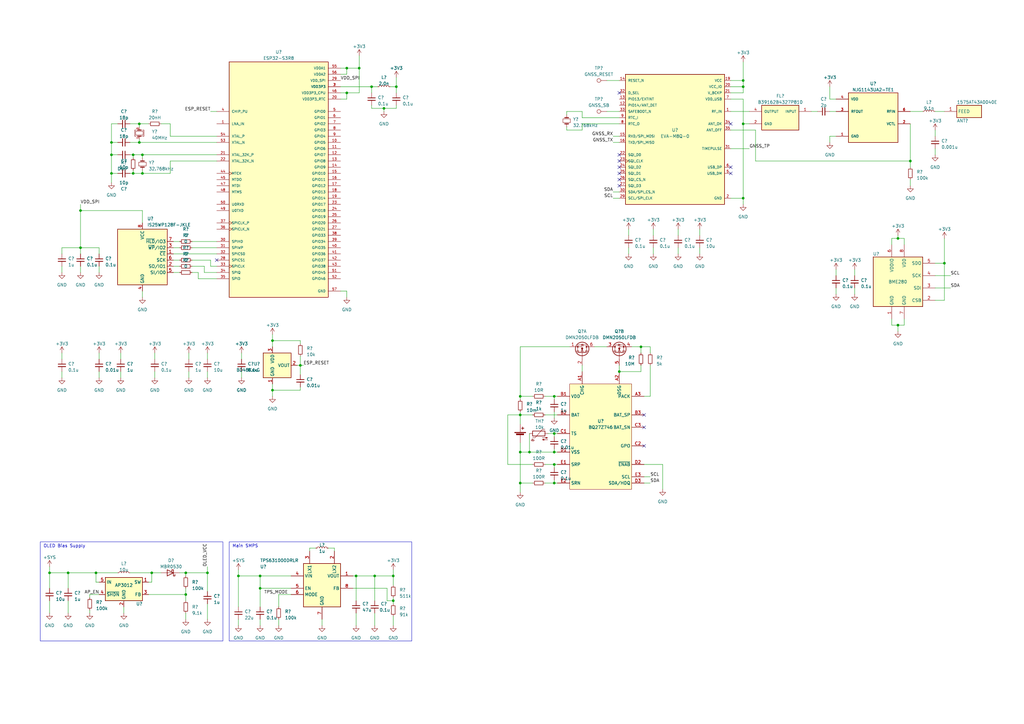
<source format=kicad_sch>
(kicad_sch (version 20230121) (generator eeschema)
  (paper "A3")
  (junction (at 147.32 27.94))
  (junction (at 33.02 101.6))
  (junction (at 85.09 234.95))
  (junction (at 123.19 149.86))
  (junction (at 157.48 44.45))
  (junction (at 152.4 35.56))
  (junction (at 106.68 241.3))
  (junction (at 262.89 142.24))
  (junction (at 146.05 236.22))
  (junction (at 304.8 81.28))
  (junction (at 153.67 236.22))
  (junction (at 161.29 236.22))
  (junction (at 304.8 35.56))
  (junction (at 45.72 71.12))
  (junction (at 373.38 66.04))
  (junction (at 111.76 160.02))
  (junction (at 27.94 234.95))
  (junction (at 227.33 162.56))
  (junction (at 254 152.4))
  (junction (at 142.24 38.1))
  (junction (at 54.61 71.12))
  (junction (at 161.29 246.38))
  (junction (at 213.36 162.56))
  (junction (at 227.33 190.5))
  (junction (at 213.36 198.12))
  (junction (at 213.36 170.18))
  (junction (at 106.68 236.22))
  (junction (at 58.42 63.5))
  (junction (at 57.15 58.42))
  (junction (at 76.2 243.84))
  (junction (at 20.32 234.95))
  (junction (at 39.37 234.95))
  (junction (at 76.2 234.95))
  (junction (at 58.42 71.12))
  (junction (at 227.33 185.42))
  (junction (at 33.02 86.36))
  (junction (at 368.3 133.35))
  (junction (at 97.79 236.22))
  (junction (at 304.8 50.8))
  (junction (at 162.56 35.56))
  (junction (at 368.3 97.79))
  (junction (at 111.76 139.7))
  (junction (at 45.72 58.42))
  (junction (at 57.15 50.8))
  (junction (at 227.33 177.8))
  (junction (at 387.35 107.95))
  (junction (at 62.23 234.95))
  (junction (at 227.33 198.12))
  (junction (at 304.8 33.02))
  (junction (at 54.61 63.5))
  (junction (at 142.24 27.94))
  (junction (at 217.17 185.42))
  (junction (at 45.72 63.5))
  (junction (at 213.36 185.42))
  (no_connect (at 254 38.1))
  (no_connect (at 299.72 68.58))
  (no_connect (at 299.72 50.8))
  (no_connect (at 254 66.04))
  (no_connect (at 254 76.2))
  (no_connect (at 254 73.66))
  (no_connect (at 264.16 182.88))
  (no_connect (at 254 71.12))
  (no_connect (at 254 68.58))
  (no_connect (at 264.16 175.26))
  (no_connect (at 264.16 170.18))
  (no_connect (at 254 63.5))
  (no_connect (at 88.9 106.68))
  (no_connect (at 299.72 71.12))
  (wire (pts (xy 213.36 168.91) (xy 213.36 170.18)))
  (wire (pts (xy 227.33 162.56) (xy 228.6 162.56)))
  (wire (pts (xy 40.64 152.4) (xy 40.64 154.94)))
  (wire (pts (xy 232.41 45.72) (xy 232.41 46.99)))
  (wire (pts (xy 213.36 162.56) (xy 218.44 162.56)))
  (wire (pts (xy 97.79 254) (xy 97.79 256.54)))
  (wire (pts (xy 71.12 109.22) (xy 73.66 109.22)))
  (wire (pts (xy 227.33 168.91) (xy 227.33 171.45)))
  (wire (pts (xy 299.72 45.72) (xy 307.34 45.72)))
  (wire (pts (xy 304.8 50.8) (xy 304.8 81.28)))
  (wire (pts (xy 83.82 109.22) (xy 78.74 109.22)))
  (wire (pts (xy 238.76 50.8) (xy 238.76 53.34)))
  (wire (pts (xy 58.42 86.36) (xy 58.42 91.44)))
  (wire (pts (xy 63.5 152.4) (xy 63.5 154.94)))
  (wire (pts (xy 383.54 118.11) (xy 389.89 118.11)))
  (wire (pts (xy 88.9 66.04) (xy 69.85 66.04)))
  (wire (pts (xy 106.68 241.3) (xy 119.38 241.3)))
  (wire (pts (xy 153.67 236.22) (xy 161.29 236.22)))
  (wire (pts (xy 142.24 27.94) (xy 147.32 27.94)))
  (wire (pts (xy 350.52 118.11) (xy 350.52 120.65)))
  (wire (pts (xy 76.2 243.84) (xy 76.2 246.38)))
  (wire (pts (xy 251.46 55.88) (xy 254 55.88)))
  (wire (pts (xy 152.4 35.56) (xy 154.94 35.56)))
  (wire (pts (xy 53.34 234.95) (xy 62.23 234.95)))
  (wire (pts (xy 373.38 76.2) (xy 373.38 73.66)))
  (wire (pts (xy 217.17 185.42) (xy 213.36 185.42)))
  (wire (pts (xy 48.26 71.12) (xy 45.72 71.12)))
  (wire (pts (xy 63.5 144.78) (xy 63.5 147.32)))
  (wire (pts (xy 58.42 71.12) (xy 58.42 69.85)))
  (wire (pts (xy 106.68 241.3) (xy 106.68 236.22)))
  (wire (pts (xy 106.68 236.22) (xy 119.38 236.22)))
  (wire (pts (xy 45.72 71.12) (xy 45.72 63.5)))
  (wire (pts (xy 213.36 185.42) (xy 213.36 181.61)))
  (wire (pts (xy 142.24 38.1) (xy 147.32 38.1)))
  (wire (pts (xy 157.48 44.45) (xy 162.56 44.45)))
  (wire (pts (xy 53.34 58.42) (xy 57.15 58.42)))
  (wire (pts (xy 264.16 195.58) (xy 266.7 195.58)))
  (wire (pts (xy 39.37 238.76) (xy 40.64 238.76)))
  (wire (pts (xy 36.83 245.11) (xy 36.83 243.84)))
  (wire (pts (xy 62.23 234.95) (xy 66.04 234.95)))
  (wire (pts (xy 111.76 157.48) (xy 111.76 160.02)))
  (wire (pts (xy 146.05 236.22) (xy 153.67 236.22)))
  (wire (pts (xy 227.33 190.5) (xy 227.33 191.77)))
  (wire (pts (xy 123.19 139.7) (xy 111.76 139.7)))
  (wire (pts (xy 77.47 144.78) (xy 77.47 147.32)))
  (wire (pts (xy 58.42 119.38) (xy 58.42 121.92)))
  (wire (pts (xy 232.41 53.34) (xy 232.41 52.07)))
  (wire (pts (xy 342.9 110.49) (xy 342.9 113.03)))
  (wire (pts (xy 69.85 55.88) (xy 88.9 55.88)))
  (wire (pts (xy 387.35 123.19) (xy 387.35 107.95)))
  (wire (pts (xy 152.4 35.56) (xy 152.4 38.1)))
  (wire (pts (xy 227.33 184.15) (xy 227.33 185.42)))
  (wire (pts (xy 161.29 240.03) (xy 161.29 236.22)))
  (wire (pts (xy 48.26 58.42) (xy 45.72 58.42)))
  (wire (pts (xy 373.38 50.8) (xy 373.38 66.04)))
  (wire (pts (xy 71.12 111.76) (xy 73.66 111.76)))
  (wire (pts (xy 213.36 170.18) (xy 213.36 173.99)))
  (wire (pts (xy 45.72 71.12) (xy 45.72 74.93)))
  (wire (pts (xy 158.75 246.38) (xy 161.29 246.38)))
  (wire (pts (xy 69.85 66.04) (xy 69.85 71.12)))
  (wire (pts (xy 162.56 31.75) (xy 162.56 35.56)))
  (wire (pts (xy 54.61 71.12) (xy 54.61 69.85)))
  (wire (pts (xy 111.76 160.02) (xy 111.76 162.56)))
  (wire (pts (xy 99.06 144.78) (xy 99.06 147.32)))
  (wire (pts (xy 106.68 254) (xy 106.68 256.54)))
  (wire (pts (xy 342.9 55.88) (xy 340.36 55.88)))
  (wire (pts (xy 139.7 40.64) (xy 142.24 40.64)))
  (wire (pts (xy 53.34 63.5) (xy 54.61 63.5)))
  (wire (pts (xy 33.02 86.36) (xy 58.42 86.36)))
  (wire (pts (xy 139.7 119.38) (xy 142.24 119.38)))
  (wire (pts (xy 213.36 198.12) (xy 213.36 201.93)))
  (wire (pts (xy 58.42 71.12) (xy 69.85 71.12)))
  (wire (pts (xy 27.94 246.38) (xy 27.94 251.46)))
  (wire (pts (xy 27.94 234.95) (xy 39.37 234.95)))
  (wire (pts (xy 54.61 63.5) (xy 58.42 63.5)))
  (wire (pts (xy 243.84 142.24) (xy 248.92 142.24)))
  (wire (pts (xy 147.32 38.1) (xy 147.32 27.94)))
  (wire (pts (xy 25.4 101.6) (xy 33.02 101.6)))
  (wire (pts (xy 257.81 101.6) (xy 257.81 104.14)))
  (wire (pts (xy 365.76 100.33) (xy 365.76 97.79)))
  (wire (pts (xy 39.37 238.76) (xy 39.37 234.95)))
  (wire (pts (xy 368.3 133.35) (xy 368.3 135.89)))
  (wire (pts (xy 123.19 146.05) (xy 123.19 149.86)))
  (wire (pts (xy 370.84 97.79) (xy 370.84 100.33)))
  (wire (pts (xy 217.17 177.8) (xy 217.17 185.42)))
  (wire (pts (xy 45.72 63.5) (xy 48.26 63.5)))
  (wire (pts (xy 45.72 58.42) (xy 45.72 63.5)))
  (wire (pts (xy 33.02 83.82) (xy 33.02 86.36)))
  (wire (pts (xy 309.88 66.04) (xy 373.38 66.04)))
  (wire (pts (xy 208.28 190.5) (xy 208.28 170.18)))
  (wire (pts (xy 266.7 142.24) (xy 262.89 142.24)))
  (wire (pts (xy 77.47 152.4) (xy 77.47 154.94)))
  (wire (pts (xy 142.24 119.38) (xy 142.24 121.92)))
  (wire (pts (xy 121.92 149.86) (xy 123.19 149.86)))
  (wire (pts (xy 266.7 162.56) (xy 266.7 149.86)))
  (wire (pts (xy 78.74 111.76) (xy 81.28 111.76)))
  (wire (pts (xy 278.13 93.98) (xy 278.13 96.52)))
  (wire (pts (xy 49.53 144.78) (xy 49.53 147.32)))
  (wire (pts (xy 223.52 162.56) (xy 227.33 162.56)))
  (wire (pts (xy 227.33 198.12) (xy 227.33 196.85)))
  (wire (pts (xy 25.4 101.6) (xy 25.4 104.14)))
  (wire (pts (xy 123.19 149.86) (xy 123.19 153.67)))
  (wire (pts (xy 76.2 234.95) (xy 73.66 234.95)))
  (wire (pts (xy 213.36 170.18) (xy 218.44 170.18)))
  (wire (pts (xy 161.29 245.11) (xy 161.29 246.38)))
  (wire (pts (xy 213.36 142.24) (xy 213.36 162.56)))
  (wire (pts (xy 228.6 198.12) (xy 227.33 198.12)))
  (wire (pts (xy 365.76 97.79) (xy 368.3 97.79)))
  (wire (pts (xy 238.76 48.26) (xy 254 48.26)))
  (wire (pts (xy 262.89 142.24) (xy 262.89 144.78)))
  (wire (pts (xy 299.72 38.1) (xy 304.8 38.1)))
  (wire (pts (xy 139.7 35.56) (xy 152.4 35.56)))
  (wire (pts (xy 299.72 60.96) (xy 307.34 60.96)))
  (wire (pts (xy 387.35 107.95) (xy 387.35 97.79)))
  (wire (pts (xy 304.8 33.02) (xy 299.72 33.02)))
  (wire (pts (xy 228.6 190.5) (xy 227.33 190.5)))
  (wire (pts (xy 340.36 40.64) (xy 342.9 40.64)))
  (wire (pts (xy 81.28 111.76) (xy 81.28 114.3)))
  (wire (pts (xy 139.7 30.48) (xy 142.24 30.48)))
  (wire (pts (xy 287.02 93.98) (xy 287.02 96.52)))
  (wire (pts (xy 340.36 35.56) (xy 340.36 40.64)))
  (wire (pts (xy 264.16 198.12) (xy 266.7 198.12)))
  (wire (pts (xy 71.12 106.68) (xy 73.66 106.68)))
  (wire (pts (xy 238.76 53.34) (xy 232.41 53.34)))
  (wire (pts (xy 20.32 246.38) (xy 20.32 251.46)))
  (wire (pts (xy 66.04 50.8) (xy 69.85 50.8)))
  (wire (pts (xy 57.15 58.42) (xy 88.9 58.42)))
  (wire (pts (xy 78.74 106.68) (xy 86.36 106.68)))
  (wire (pts (xy 365.76 130.81) (xy 365.76 133.35)))
  (wire (pts (xy 267.97 93.98) (xy 267.97 96.52)))
  (wire (pts (xy 139.7 38.1) (xy 142.24 38.1)))
  (wire (pts (xy 40.64 109.22) (xy 40.64 111.76)))
  (wire (pts (xy 58.42 64.77) (xy 58.42 63.5)))
  (wire (pts (xy 383.54 113.03) (xy 389.89 113.03)))
  (wire (pts (xy 223.52 170.18) (xy 228.6 170.18)))
  (wire (pts (xy 299.72 40.64) (xy 304.8 40.64)))
  (wire (pts (xy 88.9 111.76) (xy 83.82 111.76)))
  (wire (pts (xy 36.83 243.84) (xy 40.64 243.84)))
  (wire (pts (xy 99.06 152.4) (xy 99.06 154.94)))
  (wire (pts (xy 254 149.86) (xy 254 152.4)))
  (wire (pts (xy 78.74 99.06) (xy 88.9 99.06)))
  (wire (pts (xy 86.36 106.68) (xy 86.36 109.22)))
  (wire (pts (xy 304.8 38.1) (xy 304.8 35.56)))
  (wire (pts (xy 157.48 44.45) (xy 157.48 45.72)))
  (wire (pts (xy 127 224.79) (xy 129.54 224.79)))
  (wire (pts (xy 114.3 248.92) (xy 114.3 243.84)))
  (wire (pts (xy 271.78 200.66) (xy 271.78 190.5)))
  (wire (pts (xy 40.64 144.78) (xy 40.64 147.32)))
  (wire (pts (xy 383.54 123.19) (xy 387.35 123.19)))
  (wire (pts (xy 114.3 256.54) (xy 114.3 254)))
  (wire (pts (xy 262.89 149.86) (xy 262.89 152.4)))
  (wire (pts (xy 365.76 133.35) (xy 368.3 133.35)))
  (wire (pts (xy 162.56 43.18) (xy 162.56 44.45)))
  (wire (pts (xy 373.38 66.04) (xy 373.38 68.58)))
  (wire (pts (xy 213.36 163.83) (xy 213.36 162.56)))
  (wire (pts (xy 227.33 163.83) (xy 227.33 162.56)))
  (wire (pts (xy 299.72 35.56) (xy 304.8 35.56)))
  (wire (pts (xy 69.85 50.8) (xy 69.85 55.88)))
  (wire (pts (xy 86.36 45.72) (xy 88.9 45.72)))
  (wire (pts (xy 213.36 170.18) (xy 208.28 170.18)))
  (wire (pts (xy 146.05 236.22) (xy 146.05 246.38)))
  (wire (pts (xy 114.3 243.84) (xy 119.38 243.84)))
  (wire (pts (xy 373.38 45.72) (xy 378.46 45.72)))
  (wire (pts (xy 153.67 236.22) (xy 153.67 246.38)))
  (wire (pts (xy 304.8 40.64) (xy 304.8 50.8)))
  (wire (pts (xy 304.8 25.4) (xy 304.8 33.02)))
  (wire (pts (xy 368.3 96.52) (xy 368.3 97.79)))
  (wire (pts (xy 142.24 40.64) (xy 142.24 38.1)))
  (wire (pts (xy 76.2 236.22) (xy 76.2 234.95)))
  (wire (pts (xy 213.36 198.12) (xy 213.36 185.42)))
  (wire (pts (xy 25.4 152.4) (xy 25.4 154.94)))
  (wire (pts (xy 251.46 81.28) (xy 254 81.28)))
  (wire (pts (xy 78.74 101.6) (xy 88.9 101.6)))
  (wire (pts (xy 33.02 109.22) (xy 33.02 111.76)))
  (wire (pts (xy 248.92 33.02) (xy 254 33.02)))
  (wire (pts (xy 111.76 139.7) (xy 111.76 142.24)))
  (wire (pts (xy 49.53 152.4) (xy 49.53 154.94)))
  (wire (pts (xy 238.76 50.8) (xy 254 50.8)))
  (wire (pts (xy 144.78 236.22) (xy 146.05 236.22)))
  (wire (pts (xy 304.8 83.82) (xy 304.8 81.28)))
  (wire (pts (xy 223.52 198.12) (xy 227.33 198.12)))
  (wire (pts (xy 152.4 44.45) (xy 157.48 44.45)))
  (wire (pts (xy 85.09 247.65) (xy 85.09 254)))
  (wire (pts (xy 57.15 50.8) (xy 57.15 52.07)))
  (wire (pts (xy 227.33 177.8) (xy 228.6 177.8)))
  (wire (pts (xy 147.32 27.94) (xy 147.32 22.86)))
  (wire (pts (xy 142.24 27.94) (xy 142.24 30.48)))
  (wire (pts (xy 20.32 232.41) (xy 20.32 234.95)))
  (wire (pts (xy 20.32 234.95) (xy 20.32 241.3)))
  (wire (pts (xy 332.74 45.72) (xy 335.28 45.72)))
  (wire (pts (xy 383.54 107.95) (xy 387.35 107.95)))
  (wire (pts (xy 60.96 243.84) (xy 76.2 243.84)))
  (wire (pts (xy 161.29 252.73) (xy 161.29 256.54)))
  (wire (pts (xy 383.54 45.72) (xy 387.35 45.72)))
  (wire (pts (xy 248.92 45.72) (xy 254 45.72)))
  (wire (pts (xy 33.02 101.6) (xy 40.64 101.6)))
  (wire (pts (xy 271.78 190.5) (xy 264.16 190.5)))
  (wire (pts (xy 266.7 144.78) (xy 266.7 142.24)))
  (wire (pts (xy 232.41 45.72) (xy 238.76 45.72)))
  (wire (pts (xy 111.76 137.16) (xy 111.76 139.7)))
  (wire (pts (xy 39.37 234.95) (xy 48.26 234.95)))
  (wire (pts (xy 71.12 101.6) (xy 73.66 101.6)))
  (wire (pts (xy 383.54 53.34) (xy 383.54 55.88)))
  (wire (pts (xy 267.97 101.6) (xy 267.97 104.14)))
  (wire (pts (xy 287.02 101.6) (xy 287.02 104.14)))
  (wire (pts (xy 85.09 242.57) (xy 85.09 234.95)))
  (wire (pts (xy 36.83 251.46) (xy 36.83 250.19)))
  (wire (pts (xy 383.54 60.96) (xy 383.54 63.5)))
  (wire (pts (xy 233.68 142.24) (xy 213.36 142.24)))
  (wire (pts (xy 33.02 86.36) (xy 33.02 101.6)))
  (wire (pts (xy 58.42 63.5) (xy 88.9 63.5)))
  (wire (pts (xy 86.36 109.22) (xy 88.9 109.22)))
  (wire (pts (xy 71.12 99.06) (xy 73.66 99.06)))
  (wire (pts (xy 238.76 45.72) (xy 238.76 48.26)))
  (wire (pts (xy 62.23 238.76) (xy 60.96 238.76)))
  (wire (pts (xy 54.61 63.5) (xy 54.61 64.77)))
  (wire (pts (xy 152.4 43.18) (xy 152.4 44.45)))
  (wire (pts (xy 278.13 101.6) (xy 278.13 104.14)))
  (wire (pts (xy 53.34 71.12) (xy 54.61 71.12)))
  (wire (pts (xy 251.46 58.42) (xy 254 58.42)))
  (wire (pts (xy 132.08 254) (xy 132.08 256.54)))
  (wire (pts (xy 25.4 144.78) (xy 25.4 147.32)))
  (wire (pts (xy 251.46 78.74) (xy 254 78.74)))
  (wire (pts (xy 304.8 50.8) (xy 307.34 50.8)))
  (wire (pts (xy 123.19 160.02) (xy 111.76 160.02)))
  (wire (pts (xy 370.84 133.35) (xy 368.3 133.35)))
  (wire (pts (xy 123.19 149.86) (xy 124.46 149.86)))
  (wire (pts (xy 257.81 93.98) (xy 257.81 96.52)))
  (wire (pts (xy 83.82 111.76) (xy 83.82 109.22)))
  (wire (pts (xy 264.16 162.56) (xy 266.7 162.56)))
  (wire (pts (xy 85.09 152.4) (xy 85.09 154.94)))
  (wire (pts (xy 123.19 158.75) (xy 123.19 160.02)))
  (wire (pts (xy 85.09 232.41) (xy 85.09 234.95)))
  (wire (pts (xy 137.16 224.79) (xy 137.16 226.06)))
  (wire (pts (xy 81.28 114.3) (xy 88.9 114.3)))
  (wire (pts (xy 218.44 190.5) (xy 208.28 190.5)))
  (wire (pts (xy 144.78 241.3) (xy 158.75 241.3)))
  (wire (pts (xy 158.75 241.3) (xy 158.75 246.38)))
  (wire (pts (xy 218.44 198.12) (xy 213.36 198.12)))
  (wire (pts (xy 146.05 251.46) (xy 146.05 256.54)))
  (wire (pts (xy 227.33 185.42) (xy 217.17 185.42)))
  (wire (pts (xy 153.67 251.46) (xy 153.67 256.54)))
  (wire (pts (xy 309.88 53.34) (xy 299.72 53.34)))
  (wire (pts (xy 350.52 110.49) (xy 350.52 113.03)))
  (wire (pts (xy 309.88 53.34) (xy 309.88 66.04)))
  (wire (pts (xy 45.72 50.8) (xy 48.26 50.8)))
  (wire (pts (xy 370.84 130.81) (xy 370.84 133.35)))
  (wire (pts (xy 134.62 224.79) (xy 137.16 224.79)))
  (wire (pts (xy 50.8 248.92) (xy 50.8 251.46)))
  (wire (pts (xy 127 226.06) (xy 127 224.79)))
  (wire (pts (xy 223.52 190.5) (xy 227.33 190.5)))
  (wire (pts (xy 139.7 27.94) (xy 142.24 27.94)))
  (wire (pts (xy 76.2 243.84) (xy 76.2 241.3)))
  (wire (pts (xy 304.8 81.28) (xy 299.72 81.28)))
  (wire (pts (xy 304.8 35.56) (xy 304.8 33.02)))
  (wire (pts (xy 20.32 234.95) (xy 27.94 234.95)))
  (wire (pts (xy 262.89 152.4) (xy 254 152.4)))
  (wire (pts (xy 25.4 109.22) (xy 25.4 111.76)))
  (wire (pts (xy 97.79 248.92) (xy 97.79 236.22)))
  (wire (pts (xy 106.68 241.3) (xy 106.68 248.92)))
  (wire (pts (xy 227.33 177.8) (xy 227.33 179.07)))
  (wire (pts (xy 85.09 144.78) (xy 85.09 147.32)))
  (wire (pts (xy 238.76 149.86) (xy 238.76 152.4)))
  (wire (pts (xy 62.23 234.95) (xy 62.23 238.76)))
  (wire (pts (xy 262.89 142.24) (xy 259.08 142.24)))
  (wire (pts (xy 342.9 118.11) (xy 342.9 120.65)))
  (wire (pts (xy 57.15 58.42) (xy 57.15 57.15)))
  (wire (pts (xy 97.79 236.22) (xy 106.68 236.22)))
  (wire (pts (xy 54.61 71.12) (xy 58.42 71.12)))
  (wire (pts (xy 161.29 233.68) (xy 161.29 236.22)))
  (wire (pts (xy 40.64 101.6) (xy 40.64 104.14)))
  (wire (pts (xy 27.94 241.3) (xy 27.94 234.95)))
  (wire (pts (xy 160.02 35.56) (xy 162.56 35.56)))
  (wire (pts (xy 340.36 55.88) (xy 340.36 58.42)))
  (wire (pts (xy 45.72 58.42) (xy 45.72 50.8)))
  (wire (pts (xy 224.79 177.8) (xy 227.33 177.8)))
  (wire (pts (xy 97.79 233.68) (xy 97.79 236.22)))
  (wire (pts (xy 161.29 246.38) (xy 161.29 247.65)))
  (wire (pts (xy 123.19 140.97) (xy 123.19 139.7)))
  (wire (pts (xy 76.2 251.46) (xy 76.2 254)))
  (wire (pts (xy 57.15 50.8) (xy 60.96 50.8)))
  (wire (pts (xy 228.6 185.42) (xy 227.33 185.42)))
  (wire (pts (xy 33.02 101.6) (xy 33.02 104.14)))
  (wire (pts (xy 71.12 104.14) (xy 88.9 104.14)))
  (wire (pts (xy 76.2 234.95) (xy 85.09 234.95)))
  (wire (pts (xy 340.36 45.72) (xy 342.9 45.72)))
  (wire (pts (xy 53.34 50.8) (xy 57.15 50.8)))
  (wire (pts (xy 162.56 35.56) (xy 162.56 38.1)))
  (wire (pts (xy 368.3 97.79) (xy 370.84 97.79)))
  (rectangle (start 16.51 222.25) (end 91.44 262.89))
  (rectangle (start 93.98 222.25) (end 168.91 262.89))
  (text "Main SMPS" (at 95.25 224.79 0) (effects (font (size 1.27 1.27)) (justify left bottom)))
  (text "OLED Bias Supply" (at 17.78 224.79 0) (effects (font (size 1.27 1.27)) (justify left bottom)))
  (label "SDA" (at 266.7 198.12 0))
  (label "SCL" (at 251.46 81.28 180))
  (label "GNSS_TP" (at 307.34 60.96 0))
  (label "ESP_RESET" (at 124.46 149.86 0))
  (label "VDD_SPI" (at 139.7 33.02 0))
  (label "SDA" (at 251.46 78.74 180))
  (label "ESP_RESET" (at 86.36 45.72 180))
  (label "AP_EN" (at 40.64 243.84 180))
  (label "VDD_SPI" (at 33.02 83.82 0))
  (label "SDA" (at 389.89 118.11 0))
  (label "SCL" (at 389.89 113.03 0))
  (label "GNSS_RX" (at 251.46 55.88 180))
  (label "GNSS_TX" (at 251.46 58.42 180))
  (label "OLED_VCC" (at 85.09 232.41 90))
  (label "SCL" (at 266.7 195.58 0))
  (label "TPS_MODE" (at 118.11 243.84 180))
  (symbol (lib_id "power:+3V3") (at 267.97 93.98 0) (unit 1)
    (property "Reference" "#PWR035" (effects hide))
    (property "Value" "+3V3" (at 267.97 90.17 0))
  )
  (symbol (lib_id "power:GND") (at 157.48 45.72 0) (unit 1)
    (property "Reference" "#PWR014" (effects hide))
    (property "Value" "GND" (at 157.48 50.8 0))
  )
  (symbol (lib_id "Device:C_Small") (at 77.47 149.86 0) (unit 1)
    (property "Reference" "C?" (at 80.01 149.2313 0) (effects (justify left)))
    (property "Value" "1u" (at 80.01 151.7713 0) (effects (justify left)))
  )
  (symbol (lib_id "power:GND") (at 342.9 120.65 0) (unit 1)
    (property "Reference" "#PWR043" (effects hide))
    (property "Value" "GND" (at 342.9 125.73 0))
  )
  (symbol (lib_id "Device:R_Small") (at 76.2 238.76 0) (unit 1)
    (property "Reference" "R?" (at 78.74 238.76 0) (effects (justify left)))
    (property "Value" "100k" (at 78.74 241.3 0) (effects (justify left)))
  )
  (symbol (lib_id "power:+3V3") (at 161.29 233.68 0) (unit 1)
    (property "Reference" "#PWR054" (effects hide))
    (property "Value" "+3V3" (at 161.29 229.87 0))
  )
  (symbol (lib_id "power:GND") (at 373.38 76.2 0) (unit 1)
    (property "Reference" "#PWR029" (effects hide))
    (property "Value" "GND" (at 373.38 81.28 0))
  )
  (symbol (lib_id "power:GND") (at 106.68 256.54 0) (unit 1)
    (property "Reference" "#PWR049" (effects hide))
    (property "Value" "GND" (at 106.68 261.62 0))
  )
  (symbol (lib_id "Device:C_Small") (at 153.67 248.92 0) (mirror y) (unit 1)
    (property "Reference" "C?" (at 158.75 247.65 0) (effects (justify left)))
    (property "Value" "0.1u" (at 160.02 250.19 0) (effects (justify left)))
  )
  (symbol (lib_id "Diode:MBR0530") (at 69.85 234.95 180) (unit 1)
    (property "Reference" "D?" (at 70.1675 229.87 0))
    (property "Value" "MBR0530" (at 70.1675 232.41 0))
    (property "Footprint" "Diode_SMD:D_SOD-123" (effects hide))
    (property "Datasheet" "http://www.mccsemi.com/up_pdf/MBR0520~MBR0580(SOD123).pdf" (effects hide))
  )
  (symbol (lib_id "Device:C_Small") (at 227.33 166.37 0) (unit 1)
    (property "Reference" "C?" (at 229.87 165.7413 0) (effects (justify left)))
    (property "Value" "1u" (at 229.87 168.2813 0) (effects (justify left)))
  )
  (symbol (lib_id "power:GND") (at 58.42 121.92 0) (unit 1)
    (property "Reference" "#PWR05" (effects hide))
    (property "Value" "GND" (at 58.42 127 0))
  )
  (symbol (lib_id "Device:C_Small") (at 50.8 71.12 270) (unit 1)
    (property "Reference" "C?" (at 50.8 77.47 90))
    (property "Value" "10p" (at 50.8 74.93 90))
  )
  (symbol (lib_id "Device:R_Small") (at 123.19 143.51 0) (unit 1)
    (property "Reference" "R?" (at 125.73 142.875 0) (effects (justify left)))
    (property "Value" "10k" (at 125.73 145.415 0) (effects (justify left)))
  )
  (symbol (lib_id "power:GND") (at 85.09 154.94 0) (unit 1)
    (property "Reference" "#PWR019" (effects hide))
    (property "Value" "GND" (at 85.09 160.02 0))
  )
  (symbol (lib_id "power:+3V3") (at 63.5 144.78 0) (unit 1)
    (property "Reference" "#PWR012" (effects hide))
    (property "Value" "+3V3" (at 63.5 140.97 0))
  )
  (symbol (lib_id "power:GND") (at 132.08 256.54 0) (unit 1)
    (property "Reference" "#PWR048" (effects hide))
    (property "Value" "GND" (at 132.08 261.62 0))
  )
  (symbol (lib_id "power:GND") (at 304.8 83.82 0) (unit 1)
    (property "Reference" "#PWR026" (effects hide))
    (property "Value" "GND" (at 304.8 88.9 0))
  )
  (symbol (lib_id "power:+3V3") (at 147.32 22.86 0) (unit 1)
    (property "Reference" "#PWR01" (effects hide))
    (property "Value" "+3V3" (at 147.32 19.05 0))
  )
  (symbol (lib_id "WatchParts:EVA-M8Q-0") (at 276.86 55.88 0) (unit 1)
    (property "Reference" "U?" (at 276.86 53.34 0))
    (property "Value" "EVA-M8Q-0" (at 276.86 55.88 0))
    (property "Footprint" "WatchParts:LGA43R65P9X9_700X700X116" (effects hide))
    (property "Datasheet" "https://www.mouser.com/datasheet/2/1025/EVA_M8_FW3_DataSheet__UBX_16014189_-2010107.pdf" (effects hide))
  )
  (symbol (lib_id "Device:C_Small") (at 152.4 40.64 0) (unit 1)
    (property "Reference" "C?" (at 154.94 40.0113 0) (effects (justify left)))
    (property "Value" "0.1u" (at 154.94 42.5513 0) (effects (justify left)))
  )
  (symbol (lib_id "power:+3V3") (at 368.3 96.52 0) (unit 1)
    (property "Reference" "#PWR041" (effects hide))
    (property "Value" "+3V3" (at 368.3 92.71 0))
  )
  (symbol (lib_id "Device:R_Small") (at 220.98 170.18 90) (unit 1)
    (property "Reference" "R?" (at 220.98 165.1 90))
    (property "Value" "1k" (at 220.98 167.64 90))
  )
  (symbol (lib_id "power:GND") (at 77.47 154.94 0) (unit 1)
    (property "Reference" "#PWR017" (effects hide))
    (property "Value" "GND" (at 77.47 160.02 0))
  )
  (symbol (lib_id "Device:C_Small") (at 97.79 251.46 0) (unit 1)
    (property "Reference" "C?" (at 100.33 250.8313 0) (effects (justify left)))
    (property "Value" "22u" (at 100.33 253.3713 0) (effects (justify left)))
  )
  (symbol (lib_id "power:GND") (at 340.36 58.42 0) (unit 1)
    (property "Reference" "#PWR028" (effects hide))
    (property "Value" "GND" (at 340.36 63.5 0))
  )
  (symbol (lib_id "power:GND") (at 85.09 254 0) (unit 1)
    (property "Reference" "#PWR059" (effects hide))
    (property "Value" "GND" (at 85.09 259.08 0))
  )
  (symbol (lib_id "Device:R_Small") (at 262.89 147.32 0) (mirror y) (unit 1)
    (property "Reference" "R?" (at 260.35 146.685 0) (effects (justify left)))
    (property "Value" "10M" (at 260.35 149.225 0) (effects (justify left)))
  )
  (symbol (lib_id "Device:C_Small") (at 50.8 58.42 270) (unit 1)
    (property "Reference" "C?" (at 50.7936 53.34 90))
    (property "Value" "18p" (at 50.7936 55.88 90))
  )
  (symbol (lib_id "Device:R_Small") (at 220.98 198.12 90) (unit 1)
    (property "Reference" "R?" (at 220.98 193.04 90))
    (property "Value" "100R" (at 220.98 195.58 90))
  )
  (symbol (lib_id "Connector:TestPoint") (at 248.92 33.02 90) (unit 1)
    (property "Reference" "TP?" (at 245.618 27.94 90))
    (property "Value" "GNSS_RESET" (at 245.618 30.48 90))
  )
  (symbol (lib_id "Sensor:BME280") (at 368.3 115.57 0) (unit 1)
    (property "Reference" "U?" (at 360.68 104.14 0) (effects (justify right)))
    (property "Value" "BME280" (at 372.11 115.57 0) (effects (justify right)))
    (property "Footprint" "Package_LGA:Bosch_LGA-8_2.5x2.5mm_P0.65mm_ClockwisePinNumbering" (effects hide))
    (property "Datasheet" "https://www.bosch-sensortec.com/media/boschsensortec/downloads/datasheets/bst-bme280-ds002.pdf" (effects hide))
  )
  (symbol (lib_id "power:+3V3") (at 25.4 144.78 0) (unit 1)
    (property "Reference" "#PWR02" (effects hide))
    (property "Value" "+3V3" (at 25.4 140.97 0))
  )
  (symbol (lib_id "Device:Thermistor_NTC") (at 220.98 177.8 90) (unit 1)
    (property "Reference" "TH?" (at 221.2975 172.72 90))
    (property "Value" "10k" (at 221.2975 175.26 90))
  )
  (symbol (lib_id "Device:C_Small") (at 106.68 251.46 0) (unit 1)
    (property "Reference" "C?" (at 109.22 250.8313 0) (effects (justify left)))
    (property "Value" "0.1u" (at 109.22 253.3713 0) (effects (justify left)))
  )
  (symbol (lib_id "WatchParts:ESP32-S3R8") (at 114.3 73.66 0) (unit 1)
    (property "Reference" "U?" (at 114.3 21.336 0))
    (property "Value" "ESP32-S3R8" (at 114.3 23.876 0))
    (property "Footprint" "Package_DFN_QFN:QFN-56-1EP_7x7mm_P0.4mm_EP4x4mm" (effects hide))
    (property "Datasheet" "https://www.espressif.com/sites/default/files/documentation/esp32-s3_datasheet_en.pdf" (effects hide))
  )
  (symbol (lib_id "Device:L_Small") (at 132.08 224.79 90) (unit 1)
    (property "Reference" "L?" (at 132.08 223.52 90))
    (property "Value" "1u" (at 132.08 226.06 90))
    (property "Footprint" "WatchParts:SRP2512TMA1R0M" (effects hide))
  )
  (symbol (lib_id "power:+3V3") (at 257.81 93.98 0) (unit 1)
    (property "Reference" "#PWR033" (effects hide))
    (property "Value" "+3V3" (at 257.81 90.17 0))
  )
  (symbol (lib_id "power:GND") (at 49.53 154.94 0) (unit 1)
    (property "Reference" "#PWR011" (effects hide))
    (property "Value" "GND" (at 49.53 160.02 0))
  )
  (symbol (lib_id "power:GND") (at 45.72 74.93 0) (unit 1)
    (property "Reference" "#PWR025" (effects hide))
    (property "Value" "GND" (at 45.72 80.01 0))
  )
  (symbol (lib_id "Regulator_Switching:AP3012") (at 50.8 241.3 0) (unit 1)
    (property "Reference" "U?" (at 57.15 247.65 0))
    (property "Value" "AP3012" (at 50.8 240.03 0))
    (property "Footprint" "Package_TO_SOT_SMD:SOT-23-5" (effects hide))
    (property "Datasheet" "https://www.diodes.com/assets/Datasheets/AP3012.pdf" (effects hide))
  )
  (symbol (lib_id "WatchParts:XRCGB40M000F1S1DR0") (at 57.15 54.61 90) (unit 1)
    (property "Reference" "Y?" (at 62.23 53.975 90) (effects (justify right)))
    (property "Value" "40MHz" (at 62.23 56.515 90) (effects (justify right)))
    (property "Footprint" "WatchParts:OSC_XRCGB40M000F1S1DR0" (effects hide))
    (property "Datasheet" "https://www.mouser.com/datasheet/2/281/SPEC-XRCGB40M000F1S1DR0-1841448.pdf" (effects hide))
  )
  (symbol (lib_id "power:+3V3") (at 278.13 93.98 0) (unit 1)
    (property "Reference" "#PWR037" (effects hide))
    (property "Value" "+3V3" (at 278.13 90.17 0))
  )
  (symbol (lib_id "Device:C_Small") (at 99.06 149.86 0) (unit 1)
    (property "Reference" "C?" (at 101.6 149.2313 0) (effects (justify left)))
    (property "Value" "0.1u" (at 101.6 151.7713 0) (effects (justify left)))
  )
  (symbol (lib_id "Device:Crystal_Small") (at 232.41 49.53 90) (unit 1)
    (property "Reference" "Y?" (at 234.95 48.895 90) (effects (justify right)))
    (property "Value" "32.768kHz" (at 234.95 51.435 90) (effects (justify right)))
  )
  (symbol (lib_id "power:GND") (at 50.8 251.46 0) (unit 1)
    (property "Reference" "#PWR057" (effects hide))
    (property "Value" "GND" (at 50.8 256.54 0))
  )
  (symbol (lib_id "power:GND") (at 27.94 251.46 0) (unit 1)
    (property "Reference" "#PWR060" (effects hide))
    (property "Value" "GND" (at 27.94 256.54 0))
  )
  (symbol (lib_id "power:GND") (at 227.33 171.45 0) (unit 1)
    (property "Reference" "#PWR065" (effects hide))
    (property "Value" "GND" (at 227.33 176.53 0))
  )
  (symbol (lib_id "power:GND") (at 76.2 254 0) (unit 1)
    (property "Reference" "#PWR058" (effects hide))
    (property "Value" "GND" (at 76.2 259.08 0))
  )
  (symbol (lib_id "power:+3V3") (at 49.53 144.78 0) (unit 1)
    (property "Reference" "#PWR010" (effects hide))
    (property "Value" "+3V3" (at 49.53 140.97 0))
  )
  (symbol (lib_id "WatchParts:IS25WP128F-JKLE") (at 58.42 104.14 0) (unit 1)
    (property "Reference" "U?" (at 60.3759 89.662 0) (effects (justify left)))
    (property "Value" "IS25WP128F-JKLE" (at 60.3759 92.202 0) (effects (justify left)))
    (property "Footprint" "Package_SON:WSON-8-1EP_6x5mm_P1.27mm_EP3.4x4mm" (effects hide))
    (property "Datasheet" "https://www.mouser.com/datasheet/2/198/25LP_WP128F-1146765.pdf" (effects hide))
  )
  (symbol (lib_id "power:GND") (at 25.4 111.76 0) (unit 1)
    (property "Reference" "#PWR08" (effects hide))
    (property "Value" "GND" (at 25.4 116.84 0))
  )
  (symbol (lib_id "Device:C_Small") (at 40.64 106.68 0) (unit 1)
    (property "Reference" "C?" (at 43.18 106.0513 0) (effects (justify left)))
    (property "Value" "0.1u" (at 43.18 108.5913 0) (effects (justify left)))
  )
  (symbol (lib_id "power:GND") (at 111.76 162.56 0) (unit 1)
    (property "Reference" "#PWR020" (effects hide))
    (property "Value" "GND" (at 111.76 167.64 0))
  )
  (symbol (lib_id "power:+3V3") (at 99.06 144.78 0) (unit 1)
    (property "Reference" "#PWR023" (effects hide))
    (property "Value" "+3V3" (at 99.06 140.97 0))
  )
  (symbol (lib_id "Device:C_Small") (at 227.33 194.31 0) (unit 1)
    (property "Reference" "C?" (at 229.87 193.6813 0) (effects (justify left)))
    (property "Value" "0.1u" (at 229.87 196.2213 0) (effects (justify left)))
  )
  (symbol (lib_id "Device:L_Small") (at 381 45.72 90) (unit 1)
    (property "Reference" "L?" (at 381 41.91 90))
    (property "Value" "9.1n" (at 381 44.45 90))
  )
  (symbol (lib_id "Device:C_Small") (at 162.56 40.64 0) (unit 1)
    (property "Reference" "C?" (at 165.1 40.0113 0) (effects (justify left)))
    (property "Value" "0.1u" (at 165.1 42.5513 0) (effects (justify left)))
  )
  (symbol (lib_id "Device:C_Small") (at 278.13 99.06 0) (unit 1)
    (property "Reference" "C?" (at 280.67 98.4313 0) (effects (justify left)))
    (property "Value" "0.1u" (at 280.67 100.9713 0) (effects (justify left)))
  )
  (symbol (lib_id "Device:R_Small") (at 63.5 50.8 90) (unit 1)
    (property "Reference" "R?" (at 63.5 45.72 90))
    (property "Value" "20nH" (at 63.5 48.26 90))
  )
  (symbol (lib_id "Device:C_Small") (at 49.53 149.86 0) (unit 1)
    (property "Reference" "C?" (at 52.07 149.2313 0) (effects (justify left)))
    (property "Value" "1u" (at 52.07 151.7713 0) (effects (justify left)))
  )
  (symbol (lib_id "power:GND") (at 271.78 200.66 0) (unit 1)
    (property "Reference" "#PWR066" (effects hide))
    (property "Value" "GND" (at 271.78 205.74 0))
  )
  (symbol (lib_id "Device:R_Small") (at 76.2 111.76 90) (unit 1)
    (property "Reference" "R?" (at 76.2 106.68 90))
    (property "Value" "0" (at 76.2 109.22 90))
  )
  (symbol (lib_id "Device:R_Small") (at 220.98 162.56 90) (unit 1)
    (property "Reference" "R?" (at 220.98 157.48 90))
    (property "Value" "10R" (at 220.98 160.02 90))
  )
  (symbol (lib_id "power:GND") (at 63.5 154.94 0) (unit 1)
    (property "Reference" "#PWR013" (effects hide))
    (property "Value" "GND" (at 63.5 160.02 0))
  )
  (symbol (lib_id "power:GND") (at 33.02 111.76 0) (unit 1)
    (property "Reference" "#PWR06" (effects hide))
    (property "Value" "GND" (at 33.02 116.84 0))
  )
  (symbol (lib_id "power:GND") (at 287.02 104.14 0) (unit 1)
    (property "Reference" "#PWR040" (effects hide))
    (property "Value" "GND" (at 287.02 109.22 0))
  )
  (symbol (lib_id "Device:R_Small") (at 220.98 190.5 90) (unit 1)
    (property "Reference" "R?" (at 220.98 185.42 90))
    (property "Value" "100R" (at 220.98 187.96 90))
  )
  (symbol (lib_id "WatchParts:+SYS") (at 20.32 232.41 0) (unit 1)
    (property "Reference" "#PWR061" (effects hide))
    (property "Value" "+SYS" (at 20.32 228.6 0))
  )
  (symbol (lib_id "power:GND") (at 40.64 111.76 0) (unit 1)
    (property "Reference" "#PWR024" (effects hide))
    (property "Value" "GND" (at 40.64 116.84 0))
  )
  (symbol (lib_id "power:GND") (at 383.54 63.5 0) (unit 1)
    (property "Reference" "#PWR031" (effects hide))
    (property "Value" "GND" (at 383.54 68.58 0))
  )
  (symbol (lib_id "power:GND") (at 142.24 121.92 0) (unit 1)
    (property "Reference" "#PWR03" (effects hide))
    (property "Value" "GND" (at 142.24 127 0))
  )
  (symbol (lib_id "WatchParts:BQ27Z746") (at 246.38 175.26 0) (unit 1)
    (property "Reference" "U?" (at 246.38 172.72 0))
    (property "Value" "BQ27Z746" (at 246.38 175.26 0))
    (property "Footprint" "WatchParts:BGA_746YAHR_TEX" (effects hide))
    (property "Datasheet" "https://www.ti.com/lit/ds/symlink/bq27z746.pdf" (effects hide))
  )
  (symbol (lib_id "Device:R_Small") (at 76.2 101.6 90) (unit 1)
    (property "Reference" "R?" (at 76.2 96.52 90))
    (property "Value" "0" (at 76.2 99.06 90))
  )
  (symbol (lib_id "WatchParts:DMN2050LFDB") (at 254 144.78 90) (unit 2)
    (property "Reference" "Q?" (at 254 135.89 90))
    (property "Value" "DMN2050LFDB" (at 254 138.43 90))
    (property "Footprint" "https://www.diodes.com/assets/Datasheets/DMN2050LFDB.pdf" (effects hide))
    (property "Datasheet" "https://www.onsemi.com/pub/Collateral/FDG1024NZ-D.pdf" (effects hide))
  )
  (symbol (lib_id "Device:C_Small") (at 337.82 45.72 90) (unit 1)
    (property "Reference" "C?" (at 337.8263 40.64 90))
    (property "Value" "2p" (at 337.8263 43.18 90))
  )
  (symbol (lib_id "power:+3V3") (at 342.9 110.49 0) (unit 1)
    (property "Reference" "#PWR042" (effects hide))
    (property "Value" "+3V3" (at 342.9 106.68 0))
  )
  (symbol (lib_id "Device:C_Small") (at 63.5 149.86 0) (unit 1)
    (property "Reference" "C?" (at 66.04 149.2313 0) (effects (justify left)))
    (property "Value" "0.1u" (at 66.04 151.7713 0) (effects (justify left)))
  )
  (symbol (lib_id "power:GND") (at 278.13 104.14 0) (unit 1)
    (property "Reference" "#PWR038" (effects hide))
    (property "Value" "GND" (at 278.13 109.22 0))
  )
  (symbol (lib_id "WatchParts:TPS631000DRLR") (at 132.08 233.68 0) (unit 1)
    (property "Reference" "U?" (at 106.68 232.41 0) (effects (justify left)))
    (property "Value" "TPS631000DRLR" (at 106.68 229.87 0) (effects (justify left)))
    (property "Footprint" "WatchParts:SOTFL50P160X60-8N" (effects hide))
    (property "Datasheet" "https://www.ti.com/lit/ds/symlink/tps631000.pdf?ts=1652152702265" (effects hide))
  )
  (symbol (lib_id "power:GND") (at 40.64 154.94 0) (unit 1)
    (property "Reference" "#PWR09" (effects hide))
    (property "Value" "GND" (at 40.64 160.02 0))
  )
  (symbol (lib_id "power:GND") (at 153.67 256.54 0) (mirror y) (unit 1)
    (property "Reference" "#PWR053" (effects hide))
    (property "Value" "GND" (at 153.67 261.62 0))
  )
  (symbol (lib_id "power:GND") (at 267.97 104.14 0) (unit 1)
    (property "Reference" "#PWR036" (effects hide))
    (property "Value" "GND" (at 267.97 109.22 0))
  )
  (symbol (lib_id "Device:C_Small") (at 27.94 243.84 0) (unit 1)
    (property "Reference" "C?" (at 30.48 243.2113 0) (effects (justify left)))
    (property "Value" "1u" (at 30.48 245.7513 0) (effects (justify left)))
  )
  (symbol (lib_id "Device:R_Small") (at 76.2 248.92 0) (unit 1)
    (property "Reference" "R?" (at 78.74 248.92 0) (effects (justify left)))
    (property "Value" "9.1k" (at 78.74 251.46 0) (effects (justify left)))
  )
  (symbol (lib_id "Device:C_Small") (at 350.52 115.57 0) (unit 1)
    (property "Reference" "C?" (at 353.06 114.9413 0) (effects (justify left)))
    (property "Value" "0.1u" (at 353.06 117.4813 0) (effects (justify left)))
  )
  (symbol (lib_id "power:GND") (at 20.32 251.46 0) (unit 1)
    (property "Reference" "#PWR062" (effects hide))
    (property "Value" "GND" (at 20.32 256.54 0))
  )
  (symbol (lib_id "Device:C_Small") (at 227.33 181.61 0) (unit 1)
    (property "Reference" "C?" (at 229.87 180.9813 0) (effects (justify left)))
    (property "Value" "0.01u" (at 229.87 183.5213 0) (effects (justify left)))
  )
  (symbol (lib_id "Device:Crystal_Small") (at 58.42 67.31 90) (unit 1)
    (property "Reference" "Y?" (at 60.96 66.675 90) (effects (justify right)))
    (property "Value" "32.768kHz" (at 60.96 69.215 90) (effects (justify right)))
  )
  (symbol (lib_id "Device:C_Small") (at 287.02 99.06 0) (unit 1)
    (property "Reference" "C?" (at 289.56 98.4313 0) (effects (justify left)))
    (property "Value" "10u" (at 289.56 100.9713 0) (effects (justify left)))
  )
  (symbol (lib_id "power:+3V3") (at 340.36 35.56 0) (unit 1)
    (property "Reference" "#PWR030" (effects hide))
    (property "Value" "+3V3" (at 340.36 31.75 0))
  )
  (symbol (lib_id "Device:R_Small") (at 114.3 251.46 180) (unit 1)
    (property "Reference" "R?" (at 116.84 250.825 0) (effects (justify right)))
    (property "Value" "100k" (at 116.84 253.365 0) (effects (justify right)))
  )
  (symbol (lib_id "power:+3V3") (at 111.76 137.16 0) (unit 1)
    (property "Reference" "#PWR021" (effects hide))
    (property "Value" "+3V3" (at 111.76 133.35 0))
  )
  (symbol (lib_id "power:GND") (at 368.3 135.89 0) (unit 1)
    (property "Reference" "#PWR046" (effects hide))
    (property "Value" "GND" (at 368.3 140.97 0))
  )
  (symbol (lib_id "Device:C_Small") (at 85.09 149.86 0) (unit 1)
    (property "Reference" "C?" (at 87.63 149.2313 0) (effects (justify left)))
    (property "Value" "10u" (at 87.63 151.7713 0) (effects (justify left)))
  )
  (symbol (lib_id "Device:R_Small") (at 161.29 242.57 0) (unit 1)
    (property "Reference" "R?" (at 163.83 241.935 0) (effects (justify left)))
    (property "Value" "511k" (at 163.83 244.475 0) (effects (justify left)))
  )
  (symbol (lib_id "Device:R_Small") (at 76.2 109.22 90) (unit 1)
    (property "Reference" "R?" (at 76.2 104.14 90))
    (property "Value" "0" (at 76.2 106.68 90))
  )
  (symbol (lib_id "Device:C_Small") (at 342.9 115.57 0) (unit 1)
    (property "Reference" "C?" (at 345.44 114.9413 0) (effects (justify left)))
    (property "Value" "0.1u" (at 345.44 117.4813 0) (effects (justify left)))
  )
  (symbol (lib_id "Device:R_Small") (at 76.2 99.06 90) (unit 1)
    (property "Reference" "R?" (at 76.2 93.98 90))
    (property "Value" "0" (at 76.2 96.52 90))
  )
  (symbol (lib_id "Device:R_Small") (at 54.61 67.31 0) (mirror y) (unit 1)
    (property "Reference" "R?" (at 52.07 66.675 0) (effects (justify left)))
    (property "Value" "DNF" (at 52.07 69.215 0) (effects (justify left)))
  )
  (symbol (lib_id "Device:C_Small") (at 146.05 248.92 0) (mirror y) (unit 1)
    (property "Reference" "C?" (at 148.59 247.65 0) (effects (justify right)))
    (property "Value" "47u" (at 148.59 250.19 0) (effects (justify right)))
  )
  (symbol (lib_id "WatchParts:+SYS") (at 97.79 233.68 0) (unit 1)
    (property "Reference" "#PWR056" (effects hide))
    (property "Value" "+SYS" (at 97.79 229.87 0))
  )
  (symbol (lib_id "power:GND") (at 213.36 201.93 0) (unit 1)
    (property "Reference" "#PWR064" (effects hide))
    (property "Value" "GND" (at 213.36 207.01 0))
  )
  (symbol (lib_id "power:GND") (at 25.4 154.94 0) (unit 1)
    (property "Reference" "#PWR04" (effects hide))
    (property "Value" "GND" (at 25.4 160.02 0))
  )
  (symbol (lib_id "Device:L_Small") (at 50.8 234.95 90) (unit 1)
    (property "Reference" "L?" (at 50.8 231.14 90))
    (property "Value" "10u" (at 50.8 233.68 90))
    (property "Footprint" "WatchParts:SRP2512TMA1R0M" (effects hide))
  )
  (symbol (lib_id "power:+3V3") (at 85.09 144.78 0) (unit 1)
    (property "Reference" "#PWR018" (effects hide))
    (property "Value" "+3V3" (at 85.09 140.97 0))
  )
  (symbol (lib_id "Device:C_Small") (at 25.4 149.86 0) (unit 1)
    (property "Reference" "C?" (at 27.94 149.2313 0) (effects (justify left)))
    (property "Value" "0.1u" (at 27.94 151.7713 0) (effects (justify left)))
  )
  (symbol (lib_id "Device:C_Small") (at 20.32 243.84 0) (unit 1)
    (property "Reference" "C?" (at 22.86 243.2113 0) (effects (justify left)))
    (property "Value" "10u" (at 22.86 245.7513 0) (effects (justify left)))
  )
  (symbol (lib_id "WatchParts:1575AT43A0040E") (at 397.51 45.72 0) (unit 1)
    (property "Reference" "ANT?" (at 392.43 49.53 0) (effects (justify left)))
    (property "Value" "1575AT43A0040E" (at 392.43 41.91 0) (effects (justify left)))
    (property "Footprint" "WatchParts:1575AT43A0040E" (effects hide))
    (property "Datasheet" "https://www.johansontechnology.com/datasheets/antennas/1575AT43A0040.pdf" (effects hide))
  )
  (symbol (lib_id "Power_Management:BD48KxxG") (at 111.76 149.86 0) (unit 1)
    (property "Reference" "U?" (at 106.68 149.225 0) (effects (justify right)))
    (property "Value" "BD48KxxG" (at 106.68 151.765 0) (effects (justify right)))
    (property "Footprint" "Package_TO_SOT_SMD:SOT-23" (effects hide))
    (property "Datasheet" "https://www.rohm.de/datasheet/BD4830FVE/bd48xxg-e" (effects hide))
  )
  (symbol (lib_id "Device:R_Small") (at 161.29 250.19 0) (unit 1)
    (property "Reference" "R?" (at 163.83 249.555 0) (effects (justify left)))
    (property "Value" "91k" (at 163.83 252.095 0) (effects (justify left)))
  )
  (symbol (lib_id "power:+3V3") (at 304.8 25.4 0) (unit 1)
    (property "Reference" "#PWR027" (effects hide))
    (property "Value" "+3V3" (at 304.8 21.59 0))
  )
  (symbol (lib_id "WatchParts:NJG1143UA2-TE1") (at 358.14 48.26 0) (mirror y) (unit 1)
    (property "Reference" "U?" (at 358.14 34.29 0))
    (property "Value" "NJG1143UA2-TE1" (at 358.14 36.83 0))
    (property "Footprint" "WatchParts:AMP_NJG1143UA2-TE1" (effects hide))
    (property "Datasheet" "https://www.mouser.com/datasheet/2/294/NJG1143UA2_E-1917393.pdf" (effects hide))
  )
  (symbol (lib_id "Device:C_Small") (at 40.64 149.86 0) (unit 1)
    (property "Reference" "C?" (at 43.18 149.2313 0) (effects (justify left)))
    (property "Value" "0.01u" (at 43.18 151.7713 0) (effects (justify left)))
  )
  (symbol (lib_id "Device:R_Small") (at 213.36 166.37 0) (unit 1)
    (property "Reference" "R?" (at 215.9 165.735 0) (effects (justify left)))
    (property "Value" "10m" (at 215.9 168.275 0) (effects (justify left)))
  )
  (symbol (lib_id "power:+3V3") (at 350.52 110.49 0) (unit 1)
    (property "Reference" "#PWR044" (effects hide))
    (property "Value" "+3V3" (at 350.52 106.68 0))
  )
  (symbol (lib_id "power:GND") (at 97.79 256.54 0) (unit 1)
    (property "Reference" "#PWR052" (effects hide))
    (property "Value" "GND" (at 97.79 261.62 0))
  )
  (symbol (lib_id "Device:C_Small") (at 267.97 99.06 0) (unit 1)
    (property "Reference" "C?" (at 270.51 98.4313 0) (effects (justify left)))
    (property "Value" "0.1u" (at 270.51 100.9713 0) (effects (justify left)))
  )
  (symbol (lib_id "Device:Battery_Cell") (at 213.36 179.07 0) (unit 1)
    (property "Reference" "BT?" (effects hide))
    (property "Value" "Battery_Cell" (effects hide))
  )
  (symbol (lib_id "Device:L_Small") (at 157.48 35.56 90) (unit 1)
    (property "Reference" "L?" (at 157.48 31.75 90))
    (property "Value" "2.0n" (at 157.48 34.29 90))
  )
  (symbol (lib_id "Device:C_Small") (at 25.4 106.68 0) (unit 1)
    (property "Reference" "C?" (at 27.94 106.0513 0) (effects (justify left)))
    (property "Value" "1u" (at 27.94 108.5913 0) (effects (justify left)))
  )
  (symbol (lib_id "power:+3V3") (at 387.35 97.79 0) (unit 1)
    (property "Reference" "#PWR047" (effects hide))
    (property "Value" "+3V3" (at 387.35 93.98 0))
  )
  (symbol (lib_id "power:GND") (at 99.06 154.94 0) (unit 1)
    (property "Reference" "#PWR022" (effects hide))
    (property "Value" "GND" (at 99.06 160.02 0))
  )
  (symbol (lib_id "power:+3V3") (at 383.54 53.34 0) (unit 1)
    (property "Reference" "#PWR032" (effects hide))
    (property "Value" "+3V3" (at 383.54 49.53 0))
  )
  (symbol (lib_id "Device:C_Small") (at 257.81 99.06 0) (unit 1)
    (property "Reference" "C?" (at 260.35 98.4313 0) (effects (justify left)))
    (property "Value" "0.1u" (at 260.35 100.9713 0) (effects (justify left)))
  )
  (symbol (lib_id "power:+3V3") (at 162.56 31.75 0) (unit 1)
    (property "Reference" "#PWR015" (effects hide))
    (property "Value" "+3V3" (at 162.56 27.94 0))
  )
  (symbol (lib_id "power:GND") (at 146.05 256.54 0) (mirror y) (unit 1)
    (property "Reference" "#PWR050" (effects hide))
    (property "Value" "GND" (at 146.05 261.62 0))
  )
  (symbol (lib_id "power:GND") (at 114.3 256.54 0) (unit 1)
    (property "Reference" "#PWR055" (effects hide))
    (property "Value" "GND" (at 114.3 261.62 0))
  )
  (symbol (lib_id "WatchParts:B39162B4327P810") (at 320.04 48.26 0) (mirror y) (unit 1)
    (property "Reference" "FL?" (at 320.04 39.37 0))
    (property "Value" "B39162B4327P810" (at 320.04 41.91 0))
    (property "Footprint" "WatchParts:FIL_B39162B4327P810" (effects hide))
    (property "Datasheet" "https://www.mouser.com/datasheet/2/842/tdkc_s_a0001118069_1-2295565.pdf" (effects hide))
  )
  (symbol (lib_id "Device:R_Small") (at 373.38 71.12 180) (unit 1)
    (property "Reference" "R?" (at 375.92 70.485 0) (effects (justify right)))
    (property "Value" "100k" (at 375.92 73.025 0) (effects (justify right)))
  )
  (symbol (lib_id "Device:R_Small") (at 36.83 247.65 180) (unit 1)
    (property "Reference" "R?" (at 39.37 247.015 0) (effects (justify right)))
    (property "Value" "100k" (at 39.37 249.555 0) (effects (justify right)))
  )
  (symbol (lib_id "power:GND") (at 36.83 251.46 0) (unit 1)
    (property "Reference" "#PWR063" (effects hide))
    (property "Value" "GND" (at 36.83 256.54 0))
  )
  (symbol (lib_id "Device:C_Small") (at 383.54 58.42 0) (unit 1)
    (property "Reference" "C?" (at 386.08 57.7913 0) (effects (justify left)))
    (property "Value" "0.001u" (at 386.08 60.3313 0) (effects (justify left)))
  )
  (symbol (lib_id "Device:C_Small") (at 50.8 63.5 270) (unit 1)
    (property "Reference" "C?" (at 50.8 66.04 90))
    (property "Value" "10p" (at 50.8 68.58 90))
  )
  (symbol (lib_id "Device:C_Small") (at 85.09 245.11 0) (unit 1)
    (property "Reference" "C?" (at 87.63 244.4813 0) (effects (justify left)))
    (property "Value" "1u" (at 87.63 247.0213 0) (effects (justify left)))
  )
  (symbol (lib_id "Connector:TestPoint") (at 248.92 45.72 90) (unit 1)
    (property "Reference" "TP?" (at 245.618 40.64 90))
    (property "Value" "GNSS_SB" (at 245.618 43.18 90))
  )
  (symbol (lib_id "Device:C_Small") (at 50.8 50.8 270) (unit 1)
    (property "Reference" "C?" (at 50.7936 45.72 90))
    (property "Value" "18p" (at 50.7936 48.26 90))
  )
  (symbol (lib_id "power:GND") (at 350.52 120.65 0) (unit 1)
    (property "Reference" "#PWR045" (effects hide))
    (property "Value" "GND" (at 350.52 125.73 0))
  )
  (symbol (lib_id "power:+3V3") (at 287.02 93.98 0) (unit 1)
    (property "Reference" "#PWR039" (effects hide))
    (property "Value" "+3V3" (at 287.02 90.17 0))
  )
  (symbol (lib_id "power:+3V3") (at 77.47 144.78 0) (unit 1)
    (property "Reference" "#PWR016" (effects hide))
    (property "Value" "+3V3" (at 77.47 140.97 0))
  )
  (symbol (lib_id "Device:R_Small") (at 76.2 106.68 90) (unit 1)
    (property "Reference" "R?" (at 76.2 101.6 90))
    (property "Value" "0" (at 76.2 104.14 90))
  )
  (symbol (lib_id "Device:C_Small") (at 123.19 156.21 0) (unit 1)
    (property "Reference" "C?" (at 125.73 155.5813 0) (effects (justify left)))
    (property "Value" "0.01u" (at 125.73 158.1213 0) (effects (justify left)))
  )
  (symbol (lib_id "Device:R_Small") (at 266.7 147.32 0) (unit 1)
    (property "Reference" "R?" (at 269.24 146.685 0) (effects (justify left)))
    (property "Value" "5k" (at 269.24 149.225 0) (effects (justify left)))
  )
  (symbol (lib_id "power:GND") (at 161.29 256.54 0) (unit 1)
    (property "Reference" "#PWR051" (effects hide))
    (property "Value" "GND" (at 161.29 261.62 0))
  )
  (symbol (lib_id "WatchParts:DMN2050LFDB") (at 238.76 144.78 270) (mirror x) (unit 1)
    (property "Reference" "Q?" (at 238.76 135.89 90))
    (property "Value" "DMN2050LFDB" (at 238.76 138.43 90))
    (property "Footprint" "https://www.diodes.com/assets/Datasheets/DMN2050LFDB.pdf" (effects hide))
    (property "Datasheet" "https://www.onsemi.com/pub/Collateral/FDG1024NZ-D.pdf" (effects hide))
  )
  (symbol (lib_id "power:+3V3") (at 40.64 144.78 0) (unit 1)
    (property "Reference" "#PWR07" (effects hide))
    (property "Value" "+3V3" (at 40.64 140.97 0))
  )
  (symbol (lib_id "Device:C_Small") (at 33.02 106.68 0) (unit 1)
    (property "Reference" "C?" (at 35.56 106.0513 0) (effects (justify left)))
    (property "Value" "0.1u" (at 35.56 108.5913 0) (effects (justify left)))
  )
  (symbol (lib_id "power:GND") (at 257.81 104.14 0) (unit 1)
    (property "Reference" "#PWR034" (effects hide))
    (property "Value" "GND" (at 257.81 109.22 0))
  )
)
</source>
